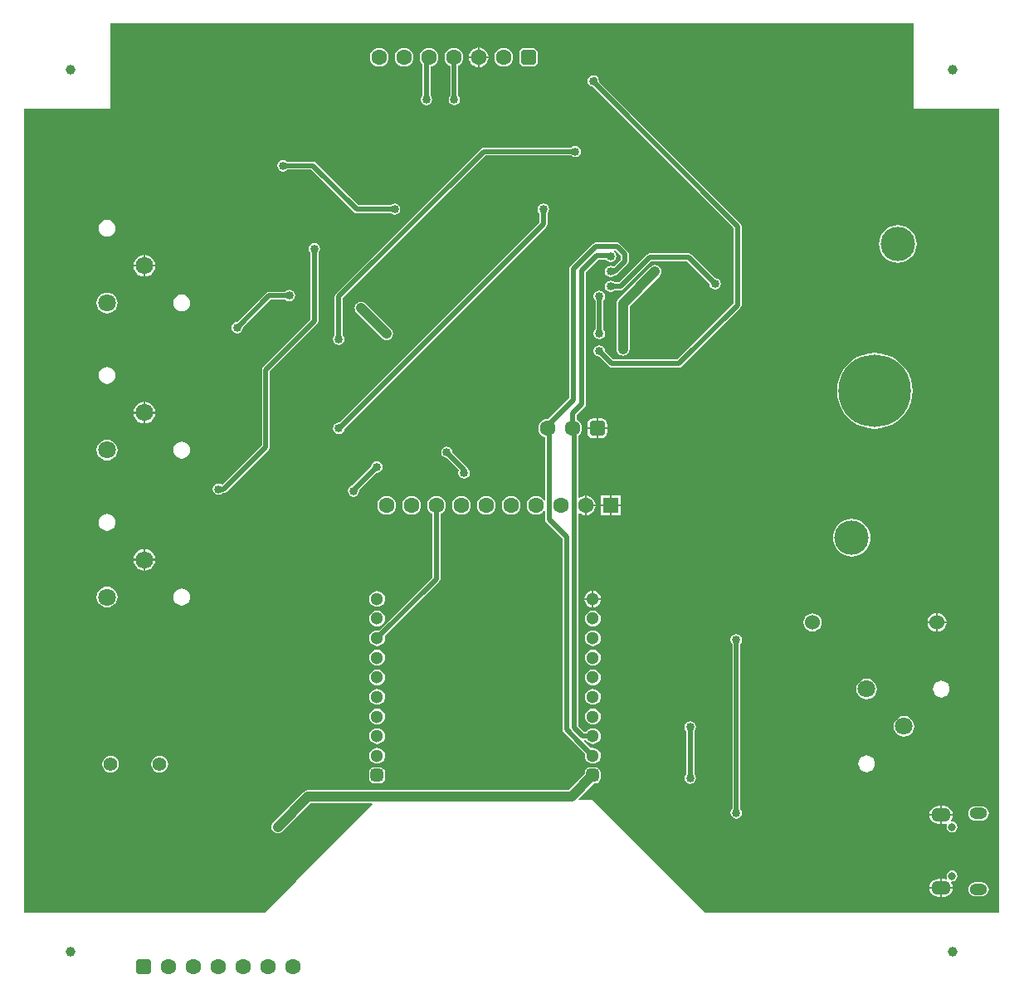
<source format=gbr>
%TF.GenerationSoftware,Altium Limited,Altium Designer,22.7.1 (60)*%
G04 Layer_Physical_Order=2*
G04 Layer_Color=16711680*
%FSLAX43Y43*%
%MOMM*%
%TF.SameCoordinates,2B380584-264C-487A-9C59-0A3591007A03*%
%TF.FilePolarity,Positive*%
%TF.FileFunction,Copper,L2,Bot,Signal*%
%TF.Part,Single*%
G01*
G75*
%TA.AperFunction,Conductor*%
%ADD30C,0.500*%
%ADD31C,1.000*%
%TA.AperFunction,ComponentPad*%
%ADD35C,1.600*%
G04:AMPARAMS|DCode=36|XSize=1.6mm|YSize=1.6mm|CornerRadius=0.4mm|HoleSize=0mm|Usage=FLASHONLY|Rotation=180.000|XOffset=0mm|YOffset=0mm|HoleType=Round|Shape=RoundedRectangle|*
%AMROUNDEDRECTD36*
21,1,1.600,0.800,0,0,180.0*
21,1,0.800,1.600,0,0,180.0*
1,1,0.800,-0.400,0.400*
1,1,0.800,0.400,0.400*
1,1,0.800,0.400,-0.400*
1,1,0.800,-0.400,-0.400*
%
%ADD36ROUNDEDRECTD36*%
%ADD37O,2.000X1.400*%
%ADD38C,0.800*%
%ADD39O,1.800X1.150*%
%ADD40C,1.530*%
%ADD41C,3.500*%
%ADD42C,1.300*%
G04:AMPARAMS|DCode=43|XSize=1.3mm|YSize=1.3mm|CornerRadius=0.325mm|HoleSize=0mm|Usage=FLASHONLY|Rotation=90.000|XOffset=0mm|YOffset=0mm|HoleType=Round|Shape=RoundedRectangle|*
%AMROUNDEDRECTD43*
21,1,1.300,0.650,0,0,90.0*
21,1,0.650,1.300,0,0,90.0*
1,1,0.650,0.325,0.325*
1,1,0.650,0.325,-0.325*
1,1,0.650,-0.325,-0.325*
1,1,0.650,-0.325,0.325*
%
%ADD43ROUNDEDRECTD43*%
%ADD44C,1.800*%
%ADD45R,1.600X1.600*%
%ADD46C,1.400*%
%TA.AperFunction,WasherPad*%
%ADD47C,1.000*%
%TA.AperFunction,ViaPad*%
%ADD48C,0.850*%
%ADD49C,0.650*%
%TA.AperFunction,ComponentPad*%
%ADD50C,7.400*%
G36*
X91000Y91018D02*
X99745Y91018D01*
X99745Y9018D01*
X91000Y9018D01*
X69697Y9018D01*
X58250Y20465D01*
X56803D01*
X56755Y20582D01*
X58362Y22190D01*
X58569D01*
X58755Y22227D01*
X58912Y22332D01*
X59017Y22489D01*
X59054Y22675D01*
Y23325D01*
X59017Y23511D01*
X58912Y23668D01*
X58755Y23773D01*
X58569Y23810D01*
X57919D01*
X57733Y23773D01*
X57576Y23668D01*
X57471Y23511D01*
X57434Y23325D01*
Y23118D01*
X55800Y21485D01*
X29211D01*
X29041Y21462D01*
X28883Y21397D01*
X28747Y21292D01*
X25659Y18204D01*
X25554Y18068D01*
X25489Y17910D01*
X25466Y17740D01*
X25489Y17570D01*
X25554Y17412D01*
X25659Y17276D01*
X25795Y17171D01*
X25953Y17106D01*
X26123Y17083D01*
X26293Y17106D01*
X26451Y17171D01*
X26587Y17276D01*
X29483Y20171D01*
X35736D01*
X35784Y20054D01*
X35363Y19633D01*
X34492Y18762D01*
X33934Y18204D01*
X27951Y12221D01*
X24748Y9018D01*
X9000Y9018D01*
X255Y9018D01*
X255Y91018D01*
X9000Y91018D01*
X9000Y99745D01*
X91000D01*
X91000Y91018D01*
D02*
G37*
%LPC*%
G36*
X46709Y97261D02*
Y96366D01*
X47604D01*
X47583Y96527D01*
X47482Y96770D01*
X47322Y96979D01*
X47113Y97140D01*
X46870Y97240D01*
X46709Y97261D01*
D02*
G37*
G36*
X46509D02*
X46348Y97240D01*
X46105Y97140D01*
X45896Y96979D01*
X45736Y96770D01*
X45635Y96527D01*
X45614Y96366D01*
X46509D01*
Y97261D01*
D02*
G37*
G36*
X49149Y97225D02*
X48901Y97193D01*
X48669Y97097D01*
X48471Y96944D01*
X48318Y96746D01*
X48222Y96514D01*
X48190Y96266D01*
X48222Y96018D01*
X48318Y95786D01*
X48471Y95588D01*
X48669Y95435D01*
X48901Y95339D01*
X49149Y95307D01*
X49397Y95339D01*
X49629Y95435D01*
X49827Y95588D01*
X49980Y95786D01*
X50076Y96018D01*
X50108Y96266D01*
X50076Y96514D01*
X49980Y96746D01*
X49827Y96944D01*
X49629Y97097D01*
X49397Y97193D01*
X49149Y97225D01*
D02*
G37*
G36*
X38989D02*
X38741Y97193D01*
X38509Y97097D01*
X38311Y96944D01*
X38158Y96746D01*
X38062Y96514D01*
X38030Y96266D01*
X38062Y96018D01*
X38158Y95786D01*
X38311Y95588D01*
X38509Y95435D01*
X38741Y95339D01*
X38989Y95307D01*
X39237Y95339D01*
X39469Y95435D01*
X39667Y95588D01*
X39820Y95786D01*
X39916Y96018D01*
X39948Y96266D01*
X39916Y96514D01*
X39820Y96746D01*
X39667Y96944D01*
X39469Y97097D01*
X39237Y97193D01*
X38989Y97225D01*
D02*
G37*
G36*
X36449D02*
X36201Y97193D01*
X35969Y97097D01*
X35771Y96944D01*
X35618Y96746D01*
X35522Y96514D01*
X35490Y96266D01*
X35522Y96018D01*
X35618Y95786D01*
X35771Y95588D01*
X35969Y95435D01*
X36201Y95339D01*
X36449Y95307D01*
X36697Y95339D01*
X36929Y95435D01*
X37127Y95588D01*
X37280Y95786D01*
X37376Y96018D01*
X37408Y96266D01*
X37376Y96514D01*
X37280Y96746D01*
X37127Y96944D01*
X36929Y97097D01*
X36697Y97193D01*
X36449Y97225D01*
D02*
G37*
G36*
X52089Y97228D02*
X51289D01*
X51074Y97185D01*
X50892Y97063D01*
X50770Y96881D01*
X50727Y96666D01*
Y95866D01*
X50770Y95651D01*
X50892Y95469D01*
X51074Y95347D01*
X51289Y95304D01*
X52089D01*
X52304Y95347D01*
X52486Y95469D01*
X52608Y95651D01*
X52651Y95866D01*
Y96666D01*
X52608Y96881D01*
X52486Y97063D01*
X52304Y97185D01*
X52089Y97228D01*
D02*
G37*
G36*
X47604Y96166D02*
X46709D01*
Y95271D01*
X46870Y95292D01*
X47113Y95393D01*
X47322Y95553D01*
X47482Y95762D01*
X47583Y96005D01*
X47604Y96166D01*
D02*
G37*
G36*
X46509D02*
X45614D01*
X45635Y96005D01*
X45736Y95762D01*
X45896Y95553D01*
X46105Y95393D01*
X46348Y95292D01*
X46509Y95271D01*
Y96166D01*
D02*
G37*
G36*
X44069Y97225D02*
X43821Y97193D01*
X43589Y97097D01*
X43391Y96944D01*
X43238Y96746D01*
X43142Y96514D01*
X43110Y96266D01*
X43142Y96018D01*
X43238Y95786D01*
X43391Y95588D01*
X43589Y95435D01*
X43713Y95384D01*
Y92368D01*
X43707Y92363D01*
X43579Y92173D01*
X43535Y91948D01*
X43579Y91723D01*
X43707Y91533D01*
X43897Y91405D01*
X44122Y91361D01*
X44347Y91405D01*
X44537Y91533D01*
X44665Y91723D01*
X44709Y91948D01*
X44665Y92173D01*
X44537Y92363D01*
X44531Y92368D01*
Y95428D01*
X44549Y95435D01*
X44747Y95588D01*
X44900Y95786D01*
X44996Y96018D01*
X45028Y96266D01*
X44996Y96514D01*
X44900Y96746D01*
X44747Y96944D01*
X44549Y97097D01*
X44317Y97193D01*
X44069Y97225D01*
D02*
G37*
G36*
X41529D02*
X41281Y97193D01*
X41049Y97097D01*
X40851Y96944D01*
X40698Y96746D01*
X40602Y96514D01*
X40570Y96266D01*
X40602Y96018D01*
X40698Y95786D01*
X40851Y95588D01*
X40872Y95571D01*
Y92368D01*
X40866Y92363D01*
X40738Y92173D01*
X40694Y91948D01*
X40738Y91723D01*
X40866Y91533D01*
X41056Y91405D01*
X41281Y91361D01*
X41506Y91405D01*
X41696Y91533D01*
X41824Y91723D01*
X41868Y91948D01*
X41824Y92173D01*
X41696Y92363D01*
X41690Y92368D01*
Y95328D01*
X41777Y95339D01*
X42009Y95435D01*
X42207Y95588D01*
X42360Y95786D01*
X42456Y96018D01*
X42488Y96266D01*
X42456Y96514D01*
X42360Y96746D01*
X42207Y96944D01*
X42009Y97097D01*
X41777Y97193D01*
X41529Y97225D01*
D02*
G37*
G36*
X56468Y87248D02*
X56243Y87204D01*
X56053Y87076D01*
X56048Y87070D01*
X47130D01*
X46974Y87039D01*
X46841Y86950D01*
X32037Y72146D01*
X31949Y72013D01*
X31917Y71857D01*
Y67923D01*
X31911Y67918D01*
X31784Y67728D01*
X31739Y67503D01*
X31784Y67278D01*
X31911Y67088D01*
X32102Y66960D01*
X32326Y66916D01*
X32551Y66960D01*
X32742Y67088D01*
X32869Y67278D01*
X32914Y67503D01*
X32869Y67728D01*
X32742Y67918D01*
X32735Y67923D01*
Y71687D01*
X47300Y86252D01*
X56048D01*
X56053Y86246D01*
X56243Y86118D01*
X56468Y86074D01*
X56693Y86118D01*
X56883Y86246D01*
X57011Y86436D01*
X57055Y86661D01*
X57011Y86886D01*
X56883Y87076D01*
X56693Y87204D01*
X56468Y87248D01*
D02*
G37*
G36*
X26641Y85804D02*
X26416Y85760D01*
X26226Y85632D01*
X26098Y85442D01*
X26054Y85217D01*
X26098Y84992D01*
X26226Y84802D01*
X26416Y84674D01*
X26641Y84630D01*
X26866Y84674D01*
X27056Y84802D01*
X27060Y84808D01*
X29549D01*
X33874Y80483D01*
X34007Y80394D01*
X34163Y80363D01*
X37611D01*
X37616Y80357D01*
X37806Y80229D01*
X38031Y80185D01*
X38256Y80229D01*
X38446Y80357D01*
X38573Y80547D01*
X38618Y80772D01*
X38573Y80997D01*
X38446Y81187D01*
X38256Y81315D01*
X38031Y81359D01*
X37806Y81315D01*
X37616Y81187D01*
X37611Y81181D01*
X34332D01*
X30007Y85506D01*
X29874Y85595D01*
X29718Y85626D01*
X27060D01*
X27056Y85632D01*
X26866Y85760D01*
X26641Y85804D01*
D02*
G37*
G36*
X8690Y79668D02*
X8468Y79639D01*
X8261Y79553D01*
X8083Y79417D01*
X7947Y79239D01*
X7861Y79032D01*
X7832Y78810D01*
X7861Y78588D01*
X7947Y78381D01*
X8083Y78203D01*
X8261Y78067D01*
X8468Y77981D01*
X8690Y77952D01*
X8912Y77981D01*
X9119Y78067D01*
X9297Y78203D01*
X9433Y78381D01*
X9519Y78588D01*
X9548Y78810D01*
X9519Y79032D01*
X9433Y79239D01*
X9297Y79417D01*
X9119Y79553D01*
X8912Y79639D01*
X8690Y79668D01*
D02*
G37*
G36*
X89372Y79131D02*
X88999Y79095D01*
X88641Y78986D01*
X88311Y78809D01*
X88021Y78572D01*
X87784Y78282D01*
X87607Y77952D01*
X87498Y77594D01*
X87462Y77221D01*
X87498Y76848D01*
X87607Y76490D01*
X87784Y76160D01*
X88021Y75870D01*
X88311Y75633D01*
X88641Y75456D01*
X88999Y75347D01*
X89372Y75311D01*
X89745Y75347D01*
X90103Y75456D01*
X90433Y75633D01*
X90723Y75870D01*
X90960Y76160D01*
X91137Y76490D01*
X91246Y76848D01*
X91282Y77221D01*
X91246Y77594D01*
X91137Y77952D01*
X90960Y78282D01*
X90723Y78572D01*
X90433Y78809D01*
X90103Y78986D01*
X89745Y79095D01*
X89372Y79131D01*
D02*
G37*
G36*
X12600Y76096D02*
Y75100D01*
X13596D01*
X13572Y75287D01*
X13461Y75555D01*
X13285Y75785D01*
X13055Y75961D01*
X12787Y76072D01*
X12600Y76096D01*
D02*
G37*
G36*
X12400D02*
X12213Y76072D01*
X11945Y75961D01*
X11715Y75785D01*
X11539Y75555D01*
X11428Y75287D01*
X11404Y75100D01*
X12400D01*
Y76096D01*
D02*
G37*
G36*
X60737Y77371D02*
X58569D01*
X58412Y77340D01*
X58280Y77251D01*
X55968Y74939D01*
X55879Y74806D01*
X55848Y74650D01*
Y61506D01*
X54535Y60193D01*
X53697Y59355D01*
X53634Y59363D01*
X53386Y59331D01*
X53154Y59235D01*
X52956Y59082D01*
X52803Y58884D01*
X52707Y58652D01*
X52675Y58404D01*
X52707Y58156D01*
X52803Y57924D01*
X52956Y57726D01*
X53154Y57573D01*
X53382Y57479D01*
Y51103D01*
X53255Y51060D01*
X53129Y51224D01*
X52931Y51377D01*
X52699Y51473D01*
X52451Y51505D01*
X52203Y51473D01*
X51971Y51377D01*
X51773Y51224D01*
X51620Y51026D01*
X51524Y50794D01*
X51492Y50546D01*
X51524Y50298D01*
X51620Y50066D01*
X51773Y49868D01*
X51971Y49715D01*
X52203Y49619D01*
X52451Y49587D01*
X52699Y49619D01*
X52931Y49715D01*
X53129Y49868D01*
X53255Y50032D01*
X53382Y49989D01*
Y49079D01*
X53413Y48923D01*
X53502Y48790D01*
X55166Y47125D01*
Y27667D01*
X55197Y27511D01*
X55286Y27378D01*
X56604Y26060D01*
X56609Y26057D01*
X57463Y25203D01*
X57436Y25000D01*
X57464Y24791D01*
X57544Y24596D01*
X57673Y24429D01*
X57840Y24300D01*
X58035Y24220D01*
X58244Y24192D01*
X58453Y24220D01*
X58648Y24300D01*
X58815Y24429D01*
X58944Y24596D01*
X59024Y24791D01*
X59052Y25000D01*
X59024Y25209D01*
X58944Y25404D01*
X58815Y25571D01*
X58648Y25700D01*
X58453Y25780D01*
X58244Y25808D01*
X58041Y25781D01*
X57348Y26474D01*
X57397Y26591D01*
X57548D01*
X57673Y26429D01*
X57840Y26300D01*
X58035Y26220D01*
X58244Y26192D01*
X58453Y26220D01*
X58648Y26300D01*
X58815Y26429D01*
X58944Y26596D01*
X59024Y26791D01*
X59052Y27000D01*
X59024Y27209D01*
X58944Y27404D01*
X58815Y27571D01*
X58648Y27700D01*
X58453Y27780D01*
X58244Y27808D01*
X58035Y27780D01*
X57840Y27700D01*
X57673Y27571D01*
X57548Y27409D01*
X57333D01*
X56739Y28003D01*
Y49735D01*
X56866Y49796D01*
X57027Y49673D01*
X57270Y49572D01*
X57431Y49551D01*
Y50546D01*
Y51541D01*
X57270Y51520D01*
X57027Y51419D01*
X56866Y51296D01*
X56739Y51357D01*
Y57639D01*
X56852Y57726D01*
X57005Y57924D01*
X57101Y58156D01*
X57133Y58404D01*
X57101Y58652D01*
X57005Y58884D01*
X56852Y59082D01*
X56654Y59235D01*
X56583Y59264D01*
Y59741D01*
X57439Y60597D01*
X57528Y60730D01*
X57559Y60886D01*
Y74380D01*
X58770Y75591D01*
X59615D01*
X59656Y75531D01*
X59846Y75403D01*
X60071Y75359D01*
X60296Y75403D01*
X60486Y75531D01*
X60614Y75721D01*
X60658Y75946D01*
X60614Y76171D01*
X60486Y76361D01*
X60389Y76426D01*
X60428Y76553D01*
X60568D01*
X61101Y76020D01*
Y75616D01*
X60388Y74903D01*
X60296Y74965D01*
X60071Y75009D01*
X59846Y74965D01*
X59656Y74837D01*
X59528Y74647D01*
X59484Y74422D01*
X59528Y74197D01*
X59656Y74007D01*
X59846Y73879D01*
X60071Y73835D01*
X60296Y73879D01*
X60486Y74007D01*
X60491Y74015D01*
X60641Y74044D01*
X60774Y74133D01*
X61799Y75158D01*
X61887Y75291D01*
X61919Y75447D01*
Y76189D01*
X61887Y76346D01*
X61799Y76478D01*
X61026Y77251D01*
X60893Y77340D01*
X60737Y77371D01*
D02*
G37*
G36*
X13596Y74900D02*
X12600D01*
Y73904D01*
X12787Y73928D01*
X13055Y74039D01*
X13285Y74215D01*
X13461Y74445D01*
X13572Y74713D01*
X13596Y74900D01*
D02*
G37*
G36*
X12400D02*
X11404D01*
X11428Y74713D01*
X11539Y74445D01*
X11715Y74215D01*
X11945Y74039D01*
X12213Y73928D01*
X12400Y73904D01*
Y74900D01*
D02*
G37*
G36*
X68020Y76280D02*
X64062D01*
X63905Y76249D01*
X63773Y76160D01*
X60920Y73307D01*
X60491D01*
X60486Y73313D01*
X60296Y73441D01*
X60071Y73485D01*
X59846Y73441D01*
X59656Y73313D01*
X59528Y73123D01*
X59484Y72898D01*
X59528Y72673D01*
X59656Y72483D01*
X59846Y72355D01*
X60071Y72311D01*
X60296Y72355D01*
X60486Y72483D01*
X60491Y72489D01*
X61089D01*
X61245Y72520D01*
X61378Y72609D01*
X64231Y75462D01*
X67851D01*
X70153Y73160D01*
X70152Y73152D01*
X70196Y72927D01*
X70324Y72737D01*
X70514Y72609D01*
X70739Y72565D01*
X70964Y72609D01*
X71154Y72737D01*
X71282Y72927D01*
X71326Y73152D01*
X71282Y73377D01*
X71154Y73567D01*
X70964Y73695D01*
X70739Y73739D01*
X70731Y73738D01*
X68309Y76160D01*
X68177Y76249D01*
X68020Y76280D01*
D02*
G37*
G36*
X27284Y72527D02*
X27059Y72482D01*
X26869Y72355D01*
X26864Y72348D01*
X25203D01*
X25047Y72317D01*
X24914Y72228D01*
X21979Y69293D01*
X21971Y69294D01*
X21746Y69250D01*
X21556Y69122D01*
X21428Y68932D01*
X21384Y68707D01*
X21428Y68482D01*
X21556Y68292D01*
X21746Y68164D01*
X21971Y68120D01*
X22196Y68164D01*
X22386Y68292D01*
X22514Y68482D01*
X22558Y68707D01*
X22557Y68715D01*
X25373Y71530D01*
X26864D01*
X26869Y71524D01*
X27059Y71397D01*
X27284Y71352D01*
X27509Y71397D01*
X27699Y71524D01*
X27827Y71715D01*
X27871Y71939D01*
X27827Y72164D01*
X27699Y72355D01*
X27509Y72482D01*
X27284Y72527D01*
D02*
G37*
G36*
X16310Y72048D02*
X16088Y72019D01*
X15881Y71933D01*
X15703Y71797D01*
X15567Y71619D01*
X15481Y71412D01*
X15452Y71190D01*
X15481Y70968D01*
X15567Y70761D01*
X15703Y70583D01*
X15881Y70447D01*
X16088Y70361D01*
X16310Y70332D01*
X16532Y70361D01*
X16739Y70447D01*
X16917Y70583D01*
X17053Y70761D01*
X17139Y70968D01*
X17168Y71190D01*
X17139Y71412D01*
X17053Y71619D01*
X16917Y71797D01*
X16739Y71933D01*
X16532Y72019D01*
X16310Y72048D01*
D02*
G37*
G36*
X8690Y72250D02*
X8416Y72214D01*
X8160Y72108D01*
X7940Y71940D01*
X7772Y71720D01*
X7666Y71464D01*
X7630Y71190D01*
X7666Y70916D01*
X7772Y70660D01*
X7940Y70440D01*
X8160Y70272D01*
X8416Y70166D01*
X8690Y70130D01*
X8964Y70166D01*
X9220Y70272D01*
X9440Y70440D01*
X9608Y70660D01*
X9714Y70916D01*
X9750Y71190D01*
X9714Y71464D01*
X9608Y71720D01*
X9440Y71940D01*
X9220Y72108D01*
X8964Y72214D01*
X8690Y72250D01*
D02*
G37*
G36*
X58928Y72469D02*
X58703Y72425D01*
X58513Y72297D01*
X58385Y72107D01*
X58341Y71882D01*
X58385Y71657D01*
X58513Y71467D01*
X58519Y71462D01*
Y68492D01*
X58513Y68487D01*
X58385Y68297D01*
X58341Y68072D01*
X58385Y67847D01*
X58513Y67657D01*
X58703Y67529D01*
X58928Y67485D01*
X59153Y67529D01*
X59343Y67657D01*
X59471Y67847D01*
X59515Y68072D01*
X59471Y68297D01*
X59343Y68487D01*
X59337Y68492D01*
Y71462D01*
X59343Y71467D01*
X59471Y71657D01*
X59515Y71882D01*
X59471Y72107D01*
X59343Y72297D01*
X59153Y72425D01*
X58928Y72469D01*
D02*
G37*
G36*
X34614Y71335D02*
X34444Y71312D01*
X34286Y71247D01*
X34150Y71142D01*
X34045Y71006D01*
X33980Y70848D01*
X33957Y70678D01*
X33980Y70508D01*
X34045Y70350D01*
X34150Y70214D01*
X36756Y67608D01*
X36892Y67503D01*
X37050Y67438D01*
X37220Y67415D01*
X37390Y67438D01*
X37548Y67503D01*
X37684Y67608D01*
X37717Y67651D01*
X37726Y67657D01*
X37756Y67701D01*
X37789Y67744D01*
X37795Y67760D01*
X37854Y67847D01*
X37898Y68072D01*
X37854Y68297D01*
X37795Y68384D01*
X37789Y68400D01*
X37756Y68443D01*
X37726Y68487D01*
X37717Y68493D01*
X37684Y68536D01*
X35078Y71142D01*
X34942Y71247D01*
X34784Y71312D01*
X34614Y71335D01*
D02*
G37*
G36*
X64611Y75079D02*
X64441Y75056D01*
X64283Y74991D01*
X64147Y74886D01*
X60876Y71615D01*
X60771Y71479D01*
X60706Y71321D01*
X60683Y71151D01*
Y66486D01*
X60706Y66316D01*
X60771Y66158D01*
X60876Y66022D01*
X61012Y65918D01*
X61170Y65852D01*
X61340Y65830D01*
X61510Y65852D01*
X61668Y65918D01*
X61804Y66022D01*
X61909Y66158D01*
X61974Y66316D01*
X61997Y66486D01*
Y70879D01*
X65075Y73958D01*
X65180Y74094D01*
X65245Y74252D01*
X65268Y74422D01*
X65245Y74592D01*
X65180Y74750D01*
X65075Y74886D01*
X64939Y74991D01*
X64781Y75056D01*
X64611Y75079D01*
D02*
G37*
G36*
X58293Y94440D02*
X58068Y94396D01*
X57878Y94268D01*
X57750Y94078D01*
X57706Y93853D01*
X57750Y93628D01*
X57878Y93438D01*
X58068Y93310D01*
X58182Y93288D01*
X72616Y78854D01*
Y71162D01*
X66887Y65433D01*
X60367D01*
X59514Y66286D01*
X59515Y66294D01*
X59471Y66519D01*
X59343Y66709D01*
X59153Y66837D01*
X58928Y66881D01*
X58703Y66837D01*
X58513Y66709D01*
X58385Y66519D01*
X58341Y66294D01*
X58385Y66069D01*
X58513Y65879D01*
X58703Y65751D01*
X58928Y65707D01*
X58936Y65708D01*
X59909Y64735D01*
X60042Y64646D01*
X60198Y64615D01*
X67056D01*
X67212Y64646D01*
X67345Y64735D01*
X73314Y70704D01*
X73403Y70837D01*
X73434Y70993D01*
Y79023D01*
X73403Y79180D01*
X73314Y79312D01*
X58863Y93764D01*
X58880Y93853D01*
X58836Y94078D01*
X58832Y94082D01*
X58818Y94156D01*
X58729Y94289D01*
X58596Y94378D01*
X58522Y94392D01*
X58518Y94396D01*
X58293Y94440D01*
D02*
G37*
G36*
X8690Y64668D02*
X8468Y64639D01*
X8261Y64553D01*
X8083Y64417D01*
X7947Y64239D01*
X7861Y64032D01*
X7832Y63810D01*
X7861Y63588D01*
X7947Y63381D01*
X8083Y63203D01*
X8261Y63067D01*
X8468Y62981D01*
X8690Y62952D01*
X8912Y62981D01*
X9119Y63067D01*
X9297Y63203D01*
X9433Y63381D01*
X9519Y63588D01*
X9548Y63810D01*
X9519Y64032D01*
X9433Y64239D01*
X9297Y64417D01*
X9119Y64553D01*
X8912Y64639D01*
X8690Y64668D01*
D02*
G37*
G36*
X12600Y61096D02*
Y60100D01*
X13596D01*
X13572Y60287D01*
X13461Y60555D01*
X13285Y60785D01*
X13055Y60961D01*
X12787Y61072D01*
X12600Y61096D01*
D02*
G37*
G36*
X12400D02*
X12213Y61072D01*
X11945Y60961D01*
X11715Y60785D01*
X11539Y60555D01*
X11428Y60287D01*
X11404Y60100D01*
X12400D01*
Y61096D01*
D02*
G37*
G36*
X53213Y81359D02*
X52988Y81315D01*
X52798Y81187D01*
X52670Y80997D01*
X52626Y80772D01*
X52670Y80547D01*
X52798Y80357D01*
X52804Y80352D01*
Y79412D01*
X32374Y58982D01*
X32326Y58991D01*
X32102Y58947D01*
X31911Y58819D01*
X31784Y58629D01*
X31739Y58404D01*
X31784Y58179D01*
X31911Y57989D01*
X32102Y57861D01*
X32326Y57817D01*
X32551Y57861D01*
X32742Y57989D01*
X32869Y58179D01*
X32904Y58355D01*
X53502Y78953D01*
X53591Y79086D01*
X53622Y79242D01*
Y80352D01*
X53628Y80357D01*
X53756Y80547D01*
X53800Y80772D01*
X53756Y80997D01*
X53628Y81187D01*
X53438Y81315D01*
X53213Y81359D01*
D02*
G37*
G36*
X13596Y59900D02*
X12600D01*
Y58904D01*
X12787Y58928D01*
X13055Y59039D01*
X13285Y59215D01*
X13461Y59445D01*
X13572Y59713D01*
X13596Y59900D01*
D02*
G37*
G36*
X12400D02*
X11404D01*
X11428Y59713D01*
X11539Y59445D01*
X11715Y59215D01*
X11945Y59039D01*
X12213Y58928D01*
X12400Y58904D01*
Y59900D01*
D02*
G37*
G36*
X59114Y59416D02*
X58814D01*
Y58504D01*
X59726D01*
Y58804D01*
X59679Y59038D01*
X59547Y59237D01*
X59348Y59369D01*
X59114Y59416D01*
D02*
G37*
G36*
X58614D02*
X58314D01*
X58080Y59369D01*
X57881Y59237D01*
X57749Y59038D01*
X57702Y58804D01*
Y58504D01*
X58614D01*
Y59416D01*
D02*
G37*
G36*
X87022Y66099D02*
X86418Y66051D01*
X85828Y65910D01*
X85268Y65678D01*
X84751Y65361D01*
X84291Y64967D01*
X83897Y64507D01*
X83580Y63990D01*
X83348Y63430D01*
X83207Y62840D01*
X83159Y62236D01*
X83207Y61632D01*
X83348Y61042D01*
X83580Y60482D01*
X83897Y59965D01*
X84291Y59505D01*
X84751Y59111D01*
X85268Y58794D01*
X85828Y58562D01*
X86418Y58421D01*
X87022Y58373D01*
X87626Y58421D01*
X88216Y58562D01*
X88776Y58794D01*
X89293Y59111D01*
X89753Y59505D01*
X90147Y59965D01*
X90464Y60482D01*
X90696Y61042D01*
X90837Y61632D01*
X90885Y62236D01*
X90837Y62840D01*
X90696Y63430D01*
X90464Y63990D01*
X90147Y64507D01*
X89753Y64967D01*
X89293Y65361D01*
X88776Y65678D01*
X88216Y65910D01*
X87626Y66051D01*
X87022Y66099D01*
D02*
G37*
G36*
X59726Y58304D02*
X58814D01*
Y57392D01*
X59114D01*
X59348Y57439D01*
X59547Y57571D01*
X59679Y57770D01*
X59726Y58004D01*
Y58304D01*
D02*
G37*
G36*
X58614D02*
X57702D01*
Y58004D01*
X57749Y57770D01*
X57881Y57571D01*
X58080Y57439D01*
X58314Y57392D01*
X58614D01*
Y58304D01*
D02*
G37*
G36*
X16310Y57048D02*
X16088Y57019D01*
X15881Y56933D01*
X15703Y56797D01*
X15567Y56619D01*
X15481Y56412D01*
X15452Y56190D01*
X15481Y55968D01*
X15567Y55761D01*
X15703Y55583D01*
X15881Y55447D01*
X16088Y55361D01*
X16310Y55332D01*
X16532Y55361D01*
X16739Y55447D01*
X16917Y55583D01*
X17053Y55761D01*
X17139Y55968D01*
X17168Y56190D01*
X17139Y56412D01*
X17053Y56619D01*
X16917Y56797D01*
X16739Y56933D01*
X16532Y57019D01*
X16310Y57048D01*
D02*
G37*
G36*
X8690Y57250D02*
X8416Y57214D01*
X8160Y57108D01*
X7940Y56940D01*
X7772Y56720D01*
X7666Y56464D01*
X7630Y56190D01*
X7666Y55916D01*
X7772Y55660D01*
X7940Y55440D01*
X8160Y55272D01*
X8416Y55166D01*
X8690Y55130D01*
X8964Y55166D01*
X9220Y55272D01*
X9440Y55440D01*
X9608Y55660D01*
X9714Y55916D01*
X9750Y56190D01*
X9714Y56464D01*
X9608Y56720D01*
X9440Y56940D01*
X9220Y57108D01*
X8964Y57214D01*
X8690Y57250D01*
D02*
G37*
G36*
X36226Y55070D02*
X36001Y55026D01*
X35811Y54898D01*
X35683Y54708D01*
X35644Y54510D01*
X33729Y52596D01*
X33604Y52571D01*
X33413Y52443D01*
X33286Y52253D01*
X33241Y52028D01*
X33286Y51803D01*
X33413Y51613D01*
X33604Y51485D01*
X33829Y51441D01*
X34053Y51485D01*
X34244Y51613D01*
X34371Y51803D01*
X34416Y52028D01*
X34400Y52109D01*
X36193Y53902D01*
X36226Y53896D01*
X36451Y53940D01*
X36641Y54068D01*
X36769Y54258D01*
X36813Y54483D01*
X36769Y54708D01*
X36641Y54898D01*
X36451Y55026D01*
X36226Y55070D01*
D02*
G37*
G36*
X43355Y56565D02*
X43130Y56521D01*
X42940Y56393D01*
X42812Y56203D01*
X42768Y55978D01*
X42812Y55753D01*
X42940Y55563D01*
X43130Y55435D01*
X43355Y55391D01*
X43363Y55392D01*
X44619Y54136D01*
X44577Y54073D01*
X44532Y53848D01*
X44577Y53623D01*
X44704Y53433D01*
X44895Y53305D01*
X45119Y53261D01*
X45344Y53305D01*
X45535Y53433D01*
X45662Y53623D01*
X45707Y53848D01*
X45662Y54073D01*
X45535Y54263D01*
X45498Y54288D01*
X45478Y54389D01*
X45389Y54522D01*
X43941Y55970D01*
X43942Y55978D01*
X43898Y56203D01*
X43770Y56393D01*
X43580Y56521D01*
X43355Y56565D01*
D02*
G37*
G36*
X29845Y77337D02*
X29620Y77293D01*
X29430Y77165D01*
X29302Y76975D01*
X29258Y76750D01*
X29302Y76525D01*
X29430Y76335D01*
X29436Y76330D01*
Y69511D01*
X24603Y64678D01*
X24514Y64545D01*
X24483Y64389D01*
Y56684D01*
X20443Y52644D01*
X20291Y52746D01*
X20066Y52791D01*
X19841Y52746D01*
X19651Y52619D01*
X19523Y52428D01*
X19479Y52204D01*
X19523Y51979D01*
X19651Y51788D01*
X19841Y51661D01*
X20066Y51616D01*
X20291Y51661D01*
X20481Y51788D01*
X20486Y51795D01*
X20581D01*
X20737Y51826D01*
X20870Y51915D01*
X25181Y56226D01*
X25270Y56359D01*
X25301Y56515D01*
Y64220D01*
X30134Y69053D01*
X30223Y69186D01*
X30254Y69342D01*
Y76330D01*
X30260Y76335D01*
X30388Y76525D01*
X30432Y76750D01*
X30388Y76975D01*
X30260Y77165D01*
X30070Y77293D01*
X29845Y77337D01*
D02*
G37*
G36*
X61071Y51546D02*
X60171D01*
Y50646D01*
X61071D01*
Y51546D01*
D02*
G37*
G36*
X57631Y51541D02*
Y50646D01*
X58526D01*
X58505Y50807D01*
X58404Y51050D01*
X58244Y51259D01*
X58035Y51419D01*
X57792Y51520D01*
X57631Y51541D01*
D02*
G37*
G36*
X59971Y51546D02*
X59071D01*
Y50646D01*
X59971D01*
Y51546D01*
D02*
G37*
G36*
X49911Y51505D02*
X49663Y51473D01*
X49431Y51377D01*
X49233Y51224D01*
X49080Y51026D01*
X48984Y50794D01*
X48952Y50546D01*
X48984Y50298D01*
X49080Y50066D01*
X49233Y49868D01*
X49431Y49715D01*
X49663Y49619D01*
X49911Y49587D01*
X50159Y49619D01*
X50391Y49715D01*
X50589Y49868D01*
X50742Y50066D01*
X50838Y50298D01*
X50870Y50546D01*
X50838Y50794D01*
X50742Y51026D01*
X50589Y51224D01*
X50391Y51377D01*
X50159Y51473D01*
X49911Y51505D01*
D02*
G37*
G36*
X47371D02*
X47123Y51473D01*
X46891Y51377D01*
X46693Y51224D01*
X46540Y51026D01*
X46444Y50794D01*
X46412Y50546D01*
X46444Y50298D01*
X46540Y50066D01*
X46693Y49868D01*
X46891Y49715D01*
X47123Y49619D01*
X47371Y49587D01*
X47619Y49619D01*
X47851Y49715D01*
X48049Y49868D01*
X48202Y50066D01*
X48298Y50298D01*
X48330Y50546D01*
X48298Y50794D01*
X48202Y51026D01*
X48049Y51224D01*
X47851Y51377D01*
X47619Y51473D01*
X47371Y51505D01*
D02*
G37*
G36*
X44831D02*
X44583Y51473D01*
X44351Y51377D01*
X44153Y51224D01*
X44000Y51026D01*
X43904Y50794D01*
X43872Y50546D01*
X43904Y50298D01*
X44000Y50066D01*
X44153Y49868D01*
X44351Y49715D01*
X44583Y49619D01*
X44831Y49587D01*
X45079Y49619D01*
X45311Y49715D01*
X45509Y49868D01*
X45662Y50066D01*
X45758Y50298D01*
X45790Y50546D01*
X45758Y50794D01*
X45662Y51026D01*
X45509Y51224D01*
X45311Y51377D01*
X45079Y51473D01*
X44831Y51505D01*
D02*
G37*
G36*
X39751D02*
X39503Y51473D01*
X39271Y51377D01*
X39073Y51224D01*
X38920Y51026D01*
X38824Y50794D01*
X38792Y50546D01*
X38824Y50298D01*
X38920Y50066D01*
X39073Y49868D01*
X39271Y49715D01*
X39503Y49619D01*
X39751Y49587D01*
X39999Y49619D01*
X40231Y49715D01*
X40429Y49868D01*
X40582Y50066D01*
X40678Y50298D01*
X40710Y50546D01*
X40678Y50794D01*
X40582Y51026D01*
X40429Y51224D01*
X40231Y51377D01*
X39999Y51473D01*
X39751Y51505D01*
D02*
G37*
G36*
X37211D02*
X36963Y51473D01*
X36731Y51377D01*
X36533Y51224D01*
X36380Y51026D01*
X36284Y50794D01*
X36252Y50546D01*
X36284Y50298D01*
X36380Y50066D01*
X36533Y49868D01*
X36731Y49715D01*
X36963Y49619D01*
X37211Y49587D01*
X37459Y49619D01*
X37691Y49715D01*
X37889Y49868D01*
X38042Y50066D01*
X38138Y50298D01*
X38170Y50546D01*
X38138Y50794D01*
X38042Y51026D01*
X37889Y51224D01*
X37691Y51377D01*
X37459Y51473D01*
X37211Y51505D01*
D02*
G37*
G36*
X58526Y50446D02*
X57631D01*
Y49551D01*
X57792Y49572D01*
X58035Y49673D01*
X58244Y49833D01*
X58404Y50042D01*
X58505Y50285D01*
X58526Y50446D01*
D02*
G37*
G36*
X61071D02*
X60171D01*
Y49546D01*
X61071D01*
Y50446D01*
D02*
G37*
G36*
X59971D02*
X59071D01*
Y49546D01*
X59971D01*
Y50446D01*
D02*
G37*
G36*
X8690Y49668D02*
X8468Y49639D01*
X8261Y49553D01*
X8083Y49417D01*
X7947Y49239D01*
X7861Y49032D01*
X7832Y48810D01*
X7861Y48588D01*
X7947Y48381D01*
X8083Y48203D01*
X8261Y48067D01*
X8468Y47981D01*
X8690Y47952D01*
X8912Y47981D01*
X9119Y48067D01*
X9297Y48203D01*
X9433Y48381D01*
X9519Y48588D01*
X9548Y48810D01*
X9519Y49032D01*
X9433Y49239D01*
X9297Y49417D01*
X9119Y49553D01*
X8912Y49639D01*
X8690Y49668D01*
D02*
G37*
G36*
X84672Y49161D02*
X84299Y49125D01*
X83941Y49016D01*
X83611Y48839D01*
X83321Y48602D01*
X83084Y48312D01*
X82907Y47982D01*
X82798Y47624D01*
X82762Y47251D01*
X82798Y46878D01*
X82907Y46520D01*
X83084Y46190D01*
X83321Y45900D01*
X83611Y45663D01*
X83941Y45486D01*
X84299Y45377D01*
X84672Y45341D01*
X85045Y45377D01*
X85403Y45486D01*
X85733Y45663D01*
X86023Y45900D01*
X86260Y46190D01*
X86437Y46520D01*
X86546Y46878D01*
X86582Y47251D01*
X86546Y47624D01*
X86437Y47982D01*
X86260Y48312D01*
X86023Y48602D01*
X85733Y48839D01*
X85403Y49016D01*
X85045Y49125D01*
X84672Y49161D01*
D02*
G37*
G36*
X12600Y46096D02*
Y45100D01*
X13596D01*
X13572Y45287D01*
X13461Y45555D01*
X13285Y45785D01*
X13055Y45961D01*
X12787Y46072D01*
X12600Y46096D01*
D02*
G37*
G36*
X12400D02*
X12213Y46072D01*
X11945Y45961D01*
X11715Y45785D01*
X11539Y45555D01*
X11428Y45287D01*
X11404Y45100D01*
X12400D01*
Y46096D01*
D02*
G37*
G36*
X13596Y44900D02*
X12600D01*
Y43904D01*
X12787Y43928D01*
X13055Y44039D01*
X13285Y44215D01*
X13461Y44445D01*
X13572Y44713D01*
X13596Y44900D01*
D02*
G37*
G36*
X12400D02*
X11404D01*
X11428Y44713D01*
X11539Y44445D01*
X11715Y44215D01*
X11945Y44039D01*
X12213Y43928D01*
X12400Y43904D01*
Y44900D01*
D02*
G37*
G36*
X58344Y41844D02*
Y41100D01*
X59088D01*
X59072Y41222D01*
X58986Y41429D01*
X58850Y41606D01*
X58673Y41742D01*
X58466Y41828D01*
X58344Y41844D01*
D02*
G37*
G36*
X58144D02*
X58022Y41828D01*
X57815Y41742D01*
X57638Y41606D01*
X57502Y41429D01*
X57416Y41222D01*
X57400Y41100D01*
X58144D01*
Y41844D01*
D02*
G37*
G36*
X16310Y42048D02*
X16088Y42019D01*
X15881Y41933D01*
X15703Y41797D01*
X15567Y41619D01*
X15481Y41412D01*
X15452Y41190D01*
X15481Y40968D01*
X15567Y40761D01*
X15703Y40583D01*
X15881Y40447D01*
X16088Y40361D01*
X16310Y40332D01*
X16532Y40361D01*
X16739Y40447D01*
X16917Y40583D01*
X17053Y40761D01*
X17139Y40968D01*
X17168Y41190D01*
X17139Y41412D01*
X17053Y41619D01*
X16917Y41797D01*
X16739Y41933D01*
X16532Y42019D01*
X16310Y42048D01*
D02*
G37*
G36*
X36244Y41808D02*
X36035Y41780D01*
X35840Y41700D01*
X35673Y41571D01*
X35544Y41404D01*
X35464Y41209D01*
X35436Y41000D01*
X35464Y40791D01*
X35544Y40596D01*
X35673Y40429D01*
X35840Y40300D01*
X36035Y40220D01*
X36244Y40192D01*
X36453Y40220D01*
X36648Y40300D01*
X36815Y40429D01*
X36944Y40596D01*
X37024Y40791D01*
X37052Y41000D01*
X37024Y41209D01*
X36944Y41404D01*
X36815Y41571D01*
X36648Y41700D01*
X36453Y41780D01*
X36244Y41808D01*
D02*
G37*
G36*
X58144Y40900D02*
X57400D01*
X57416Y40778D01*
X57502Y40571D01*
X57638Y40394D01*
X57815Y40258D01*
X58022Y40172D01*
X58144Y40156D01*
Y40900D01*
D02*
G37*
G36*
X59088D02*
X58344D01*
Y40156D01*
X58466Y40172D01*
X58673Y40258D01*
X58850Y40394D01*
X58986Y40571D01*
X59072Y40778D01*
X59088Y40900D01*
D02*
G37*
G36*
X8690Y42250D02*
X8416Y42214D01*
X8160Y42108D01*
X7940Y41940D01*
X7772Y41720D01*
X7666Y41464D01*
X7630Y41190D01*
X7666Y40916D01*
X7772Y40660D01*
X7940Y40440D01*
X8160Y40272D01*
X8416Y40166D01*
X8690Y40130D01*
X8964Y40166D01*
X9220Y40272D01*
X9440Y40440D01*
X9608Y40660D01*
X9714Y40916D01*
X9750Y41190D01*
X9714Y41464D01*
X9608Y41720D01*
X9440Y41940D01*
X9220Y42108D01*
X8964Y42214D01*
X8690Y42250D01*
D02*
G37*
G36*
X93472Y39571D02*
Y38711D01*
X94332D01*
X94312Y38863D01*
X94215Y39098D01*
X94060Y39299D01*
X93859Y39454D01*
X93624Y39551D01*
X93472Y39571D01*
D02*
G37*
G36*
X93272D02*
X93120Y39551D01*
X92885Y39454D01*
X92684Y39299D01*
X92529Y39098D01*
X92432Y38863D01*
X92412Y38711D01*
X93272D01*
Y39571D01*
D02*
G37*
G36*
X58244Y39808D02*
X58035Y39780D01*
X57840Y39700D01*
X57673Y39571D01*
X57544Y39404D01*
X57464Y39209D01*
X57436Y39000D01*
X57464Y38791D01*
X57544Y38596D01*
X57673Y38429D01*
X57840Y38300D01*
X58035Y38220D01*
X58244Y38192D01*
X58453Y38220D01*
X58648Y38300D01*
X58815Y38429D01*
X58944Y38596D01*
X59024Y38791D01*
X59052Y39000D01*
X59024Y39209D01*
X58944Y39404D01*
X58815Y39571D01*
X58648Y39700D01*
X58453Y39780D01*
X58244Y39808D01*
D02*
G37*
G36*
X36244D02*
X36035Y39780D01*
X35840Y39700D01*
X35673Y39571D01*
X35544Y39404D01*
X35464Y39209D01*
X35436Y39000D01*
X35464Y38791D01*
X35544Y38596D01*
X35673Y38429D01*
X35840Y38300D01*
X36035Y38220D01*
X36244Y38192D01*
X36453Y38220D01*
X36648Y38300D01*
X36815Y38429D01*
X36944Y38596D01*
X37024Y38791D01*
X37052Y39000D01*
X37024Y39209D01*
X36944Y39404D01*
X36815Y39571D01*
X36648Y39700D01*
X36453Y39780D01*
X36244Y39808D01*
D02*
G37*
G36*
X42291Y51505D02*
X42043Y51473D01*
X41811Y51377D01*
X41613Y51224D01*
X41460Y51026D01*
X41364Y50794D01*
X41332Y50546D01*
X41364Y50298D01*
X41460Y50066D01*
X41613Y49868D01*
X41811Y49715D01*
X41882Y49686D01*
Y43216D01*
X36447Y37781D01*
X36244Y37808D01*
X36035Y37780D01*
X35840Y37700D01*
X35673Y37571D01*
X35544Y37404D01*
X35464Y37209D01*
X35436Y37000D01*
X35464Y36791D01*
X35544Y36596D01*
X35673Y36429D01*
X35840Y36300D01*
X36035Y36220D01*
X36244Y36192D01*
X36453Y36220D01*
X36648Y36300D01*
X36815Y36429D01*
X36944Y36596D01*
X37024Y36791D01*
X37052Y37000D01*
X37025Y37203D01*
X42580Y42758D01*
X42669Y42891D01*
X42700Y43047D01*
Y49686D01*
X42771Y49715D01*
X42969Y49868D01*
X43122Y50066D01*
X43218Y50298D01*
X43250Y50546D01*
X43218Y50794D01*
X43122Y51026D01*
X42969Y51224D01*
X42771Y51377D01*
X42539Y51473D01*
X42291Y51505D01*
D02*
G37*
G36*
X80672Y39535D02*
X80433Y39503D01*
X80210Y39411D01*
X80019Y39264D01*
X79872Y39073D01*
X79780Y38850D01*
X79748Y38611D01*
X79780Y38372D01*
X79872Y38149D01*
X80019Y37958D01*
X80210Y37811D01*
X80433Y37719D01*
X80672Y37687D01*
X80911Y37719D01*
X81134Y37811D01*
X81325Y37958D01*
X81472Y38149D01*
X81564Y38372D01*
X81596Y38611D01*
X81564Y38850D01*
X81472Y39073D01*
X81325Y39264D01*
X81134Y39411D01*
X80911Y39503D01*
X80672Y39535D01*
D02*
G37*
G36*
X94332Y38511D02*
X93472D01*
Y37651D01*
X93624Y37671D01*
X93859Y37768D01*
X94060Y37923D01*
X94215Y38124D01*
X94312Y38359D01*
X94332Y38511D01*
D02*
G37*
G36*
X93272D02*
X92412D01*
X92432Y38359D01*
X92529Y38124D01*
X92684Y37923D01*
X92885Y37768D01*
X93120Y37671D01*
X93272Y37651D01*
Y38511D01*
D02*
G37*
G36*
X58244Y37808D02*
X58035Y37780D01*
X57840Y37700D01*
X57673Y37571D01*
X57544Y37404D01*
X57464Y37209D01*
X57436Y37000D01*
X57464Y36791D01*
X57544Y36596D01*
X57673Y36429D01*
X57840Y36300D01*
X58035Y36220D01*
X58244Y36192D01*
X58453Y36220D01*
X58648Y36300D01*
X58815Y36429D01*
X58944Y36596D01*
X59024Y36791D01*
X59052Y37000D01*
X59024Y37209D01*
X58944Y37404D01*
X58815Y37571D01*
X58648Y37700D01*
X58453Y37780D01*
X58244Y37808D01*
D02*
G37*
G36*
Y35808D02*
X58035Y35780D01*
X57840Y35700D01*
X57673Y35571D01*
X57544Y35404D01*
X57464Y35209D01*
X57436Y35000D01*
X57464Y34791D01*
X57544Y34596D01*
X57673Y34429D01*
X57840Y34300D01*
X58035Y34220D01*
X58244Y34192D01*
X58453Y34220D01*
X58648Y34300D01*
X58815Y34429D01*
X58944Y34596D01*
X59024Y34791D01*
X59052Y35000D01*
X59024Y35209D01*
X58944Y35404D01*
X58815Y35571D01*
X58648Y35700D01*
X58453Y35780D01*
X58244Y35808D01*
D02*
G37*
G36*
X36244D02*
X36035Y35780D01*
X35840Y35700D01*
X35673Y35571D01*
X35544Y35404D01*
X35464Y35209D01*
X35436Y35000D01*
X35464Y34791D01*
X35544Y34596D01*
X35673Y34429D01*
X35840Y34300D01*
X36035Y34220D01*
X36244Y34192D01*
X36453Y34220D01*
X36648Y34300D01*
X36815Y34429D01*
X36944Y34596D01*
X37024Y34791D01*
X37052Y35000D01*
X37024Y35209D01*
X36944Y35404D01*
X36815Y35571D01*
X36648Y35700D01*
X36453Y35780D01*
X36244Y35808D01*
D02*
G37*
G36*
X58244Y33808D02*
X58035Y33780D01*
X57840Y33700D01*
X57673Y33571D01*
X57544Y33404D01*
X57464Y33209D01*
X57436Y33000D01*
X57464Y32791D01*
X57544Y32596D01*
X57673Y32429D01*
X57840Y32300D01*
X58035Y32220D01*
X58244Y32192D01*
X58453Y32220D01*
X58648Y32300D01*
X58815Y32429D01*
X58944Y32596D01*
X59024Y32791D01*
X59052Y33000D01*
X59024Y33209D01*
X58944Y33404D01*
X58815Y33571D01*
X58648Y33700D01*
X58453Y33780D01*
X58244Y33808D01*
D02*
G37*
G36*
X36244D02*
X36035Y33780D01*
X35840Y33700D01*
X35673Y33571D01*
X35544Y33404D01*
X35464Y33209D01*
X35436Y33000D01*
X35464Y32791D01*
X35544Y32596D01*
X35673Y32429D01*
X35840Y32300D01*
X36035Y32220D01*
X36244Y32192D01*
X36453Y32220D01*
X36648Y32300D01*
X36815Y32429D01*
X36944Y32596D01*
X37024Y32791D01*
X37052Y33000D01*
X37024Y33209D01*
X36944Y33404D01*
X36815Y33571D01*
X36648Y33700D01*
X36453Y33780D01*
X36244Y33808D01*
D02*
G37*
G36*
X93810Y32668D02*
X93588Y32639D01*
X93381Y32553D01*
X93203Y32417D01*
X93067Y32239D01*
X92981Y32032D01*
X92952Y31810D01*
X92981Y31588D01*
X93067Y31381D01*
X93203Y31203D01*
X93381Y31067D01*
X93588Y30981D01*
X93810Y30952D01*
X94032Y30981D01*
X94239Y31067D01*
X94417Y31203D01*
X94553Y31381D01*
X94639Y31588D01*
X94668Y31810D01*
X94639Y32032D01*
X94553Y32239D01*
X94417Y32417D01*
X94239Y32553D01*
X94032Y32639D01*
X93810Y32668D01*
D02*
G37*
G36*
X86190Y32870D02*
X85916Y32834D01*
X85660Y32728D01*
X85440Y32560D01*
X85272Y32340D01*
X85166Y32084D01*
X85130Y31810D01*
X85166Y31536D01*
X85272Y31280D01*
X85440Y31060D01*
X85660Y30892D01*
X85916Y30786D01*
X86190Y30750D01*
X86464Y30786D01*
X86720Y30892D01*
X86940Y31060D01*
X87108Y31280D01*
X87214Y31536D01*
X87250Y31810D01*
X87214Y32084D01*
X87108Y32340D01*
X86940Y32560D01*
X86720Y32728D01*
X86464Y32834D01*
X86190Y32870D01*
D02*
G37*
G36*
X58244Y31808D02*
X58035Y31780D01*
X57840Y31700D01*
X57673Y31571D01*
X57544Y31404D01*
X57464Y31209D01*
X57436Y31000D01*
X57464Y30791D01*
X57544Y30596D01*
X57673Y30429D01*
X57840Y30300D01*
X58035Y30220D01*
X58244Y30192D01*
X58453Y30220D01*
X58648Y30300D01*
X58815Y30429D01*
X58944Y30596D01*
X59024Y30791D01*
X59052Y31000D01*
X59024Y31209D01*
X58944Y31404D01*
X58815Y31571D01*
X58648Y31700D01*
X58453Y31780D01*
X58244Y31808D01*
D02*
G37*
G36*
X36244D02*
X36035Y31780D01*
X35840Y31700D01*
X35673Y31571D01*
X35544Y31404D01*
X35464Y31209D01*
X35436Y31000D01*
X35464Y30791D01*
X35544Y30596D01*
X35673Y30429D01*
X35840Y30300D01*
X36035Y30220D01*
X36244Y30192D01*
X36453Y30220D01*
X36648Y30300D01*
X36815Y30429D01*
X36944Y30596D01*
X37024Y30791D01*
X37052Y31000D01*
X37024Y31209D01*
X36944Y31404D01*
X36815Y31571D01*
X36648Y31700D01*
X36453Y31780D01*
X36244Y31808D01*
D02*
G37*
G36*
X58244Y29808D02*
X58035Y29780D01*
X57840Y29700D01*
X57673Y29571D01*
X57544Y29404D01*
X57464Y29209D01*
X57436Y29000D01*
X57464Y28791D01*
X57544Y28596D01*
X57673Y28429D01*
X57840Y28300D01*
X58035Y28220D01*
X58244Y28192D01*
X58453Y28220D01*
X58648Y28300D01*
X58815Y28429D01*
X58944Y28596D01*
X59024Y28791D01*
X59052Y29000D01*
X59024Y29209D01*
X58944Y29404D01*
X58815Y29571D01*
X58648Y29700D01*
X58453Y29780D01*
X58244Y29808D01*
D02*
G37*
G36*
X36244D02*
X36035Y29780D01*
X35840Y29700D01*
X35673Y29571D01*
X35544Y29404D01*
X35464Y29209D01*
X35436Y29000D01*
X35464Y28791D01*
X35544Y28596D01*
X35673Y28429D01*
X35840Y28300D01*
X36035Y28220D01*
X36244Y28192D01*
X36453Y28220D01*
X36648Y28300D01*
X36815Y28429D01*
X36944Y28596D01*
X37024Y28791D01*
X37052Y29000D01*
X37024Y29209D01*
X36944Y29404D01*
X36815Y29571D01*
X36648Y29700D01*
X36453Y29780D01*
X36244Y29808D01*
D02*
G37*
G36*
X90000Y29060D02*
X89726Y29024D01*
X89470Y28918D01*
X89250Y28750D01*
X89082Y28530D01*
X88976Y28274D01*
X88940Y28000D01*
X88976Y27726D01*
X89082Y27470D01*
X89250Y27250D01*
X89470Y27082D01*
X89726Y26976D01*
X90000Y26940D01*
X90274Y26976D01*
X90530Y27082D01*
X90750Y27250D01*
X90918Y27470D01*
X91024Y27726D01*
X91060Y28000D01*
X91024Y28274D01*
X90918Y28530D01*
X90750Y28750D01*
X90530Y28918D01*
X90274Y29024D01*
X90000Y29060D01*
D02*
G37*
G36*
X36244Y27808D02*
X36035Y27780D01*
X35840Y27700D01*
X35673Y27571D01*
X35544Y27404D01*
X35464Y27209D01*
X35436Y27000D01*
X35464Y26791D01*
X35544Y26596D01*
X35673Y26429D01*
X35840Y26300D01*
X36035Y26220D01*
X36244Y26192D01*
X36453Y26220D01*
X36648Y26300D01*
X36815Y26429D01*
X36944Y26596D01*
X37024Y26791D01*
X37052Y27000D01*
X37024Y27209D01*
X36944Y27404D01*
X36815Y27571D01*
X36648Y27700D01*
X36453Y27780D01*
X36244Y27808D01*
D02*
G37*
G36*
Y25808D02*
X36035Y25780D01*
X35840Y25700D01*
X35673Y25571D01*
X35544Y25404D01*
X35464Y25209D01*
X35436Y25000D01*
X35464Y24791D01*
X35544Y24596D01*
X35673Y24429D01*
X35840Y24300D01*
X36035Y24220D01*
X36244Y24192D01*
X36453Y24220D01*
X36648Y24300D01*
X36815Y24429D01*
X36944Y24596D01*
X37024Y24791D01*
X37052Y25000D01*
X37024Y25209D01*
X36944Y25404D01*
X36815Y25571D01*
X36648Y25700D01*
X36453Y25780D01*
X36244Y25808D01*
D02*
G37*
G36*
X86190Y25048D02*
X85968Y25019D01*
X85761Y24933D01*
X85583Y24797D01*
X85447Y24619D01*
X85361Y24412D01*
X85332Y24190D01*
X85361Y23968D01*
X85447Y23761D01*
X85583Y23583D01*
X85761Y23447D01*
X85968Y23361D01*
X86190Y23332D01*
X86412Y23361D01*
X86619Y23447D01*
X86797Y23583D01*
X86933Y23761D01*
X87019Y23968D01*
X87048Y24190D01*
X87019Y24412D01*
X86933Y24619D01*
X86797Y24797D01*
X86619Y24933D01*
X86412Y25019D01*
X86190Y25048D01*
D02*
G37*
G36*
X14057Y24988D02*
X13835Y24959D01*
X13628Y24873D01*
X13450Y24737D01*
X13314Y24559D01*
X13228Y24352D01*
X13199Y24130D01*
X13228Y23908D01*
X13314Y23701D01*
X13450Y23523D01*
X13628Y23387D01*
X13835Y23301D01*
X14057Y23272D01*
X14279Y23301D01*
X14486Y23387D01*
X14664Y23523D01*
X14800Y23701D01*
X14886Y23908D01*
X14915Y24130D01*
X14886Y24352D01*
X14800Y24559D01*
X14664Y24737D01*
X14486Y24873D01*
X14279Y24959D01*
X14057Y24988D01*
D02*
G37*
G36*
X9057D02*
X8835Y24959D01*
X8628Y24873D01*
X8450Y24737D01*
X8314Y24559D01*
X8228Y24352D01*
X8199Y24130D01*
X8228Y23908D01*
X8314Y23701D01*
X8450Y23523D01*
X8628Y23387D01*
X8835Y23301D01*
X9057Y23272D01*
X9279Y23301D01*
X9486Y23387D01*
X9664Y23523D01*
X9800Y23701D01*
X9886Y23908D01*
X9915Y24130D01*
X9886Y24352D01*
X9800Y24559D01*
X9664Y24737D01*
X9486Y24873D01*
X9279Y24959D01*
X9057Y24988D01*
D02*
G37*
G36*
X36569Y23810D02*
X35919D01*
X35733Y23773D01*
X35576Y23668D01*
X35471Y23511D01*
X35434Y23325D01*
Y22675D01*
X35471Y22489D01*
X35576Y22332D01*
X35733Y22227D01*
X35919Y22190D01*
X36569D01*
X36755Y22227D01*
X36912Y22332D01*
X37017Y22489D01*
X37054Y22675D01*
Y23325D01*
X37017Y23511D01*
X36912Y23668D01*
X36755Y23773D01*
X36569Y23810D01*
D02*
G37*
G36*
X68183Y28511D02*
X67958Y28467D01*
X67768Y28339D01*
X67640Y28149D01*
X67596Y27924D01*
X67640Y27699D01*
X67768Y27509D01*
X67774Y27504D01*
Y23137D01*
X67768Y23132D01*
X67640Y22942D01*
X67596Y22717D01*
X67640Y22492D01*
X67768Y22302D01*
X67958Y22174D01*
X68183Y22130D01*
X68408Y22174D01*
X68598Y22302D01*
X68726Y22492D01*
X68770Y22717D01*
X68726Y22942D01*
X68598Y23132D01*
X68592Y23137D01*
Y27504D01*
X68598Y27509D01*
X68726Y27699D01*
X68770Y27924D01*
X68726Y28149D01*
X68598Y28339D01*
X68408Y28467D01*
X68183Y28511D01*
D02*
G37*
G36*
X94100Y19873D02*
X93900D01*
Y19065D01*
X94995D01*
X94977Y19200D01*
X94886Y19419D01*
X94742Y19607D01*
X94554Y19751D01*
X94335Y19842D01*
X94100Y19873D01*
D02*
G37*
G36*
X93700D02*
X93500D01*
X93265Y19842D01*
X93046Y19751D01*
X92858Y19607D01*
X92714Y19419D01*
X92623Y19200D01*
X92605Y19065D01*
X93700D01*
Y19873D01*
D02*
G37*
G36*
X72898Y37417D02*
X72673Y37373D01*
X72483Y37245D01*
X72355Y37055D01*
X72311Y36830D01*
X72355Y36605D01*
X72483Y36415D01*
X72489Y36410D01*
Y19597D01*
X72483Y19592D01*
X72355Y19402D01*
X72311Y19177D01*
X72355Y18952D01*
X72483Y18762D01*
X72673Y18634D01*
X72898Y18590D01*
X73123Y18634D01*
X73313Y18762D01*
X73441Y18952D01*
X73485Y19177D01*
X73441Y19402D01*
X73313Y19592D01*
X73307Y19597D01*
Y36410D01*
X73313Y36415D01*
X73441Y36605D01*
X73485Y36830D01*
X73441Y37055D01*
X73313Y37245D01*
X73123Y37373D01*
X72898Y37417D01*
D02*
G37*
G36*
X97925Y19847D02*
X97275D01*
X97085Y19822D01*
X96909Y19749D01*
X96757Y19633D01*
X96641Y19481D01*
X96568Y19305D01*
X96543Y19115D01*
X96568Y18925D01*
X96641Y18749D01*
X96757Y18597D01*
X96909Y18481D01*
X97085Y18408D01*
X97275Y18383D01*
X97925D01*
X98115Y18408D01*
X98291Y18481D01*
X98443Y18597D01*
X98559Y18749D01*
X98632Y18925D01*
X98657Y19115D01*
X98632Y19305D01*
X98559Y19481D01*
X98443Y19633D01*
X98291Y19749D01*
X98115Y19822D01*
X97925Y19847D01*
D02*
G37*
G36*
X93700Y18865D02*
X92605D01*
X92623Y18730D01*
X92714Y18511D01*
X92858Y18323D01*
X93046Y18179D01*
X93265Y18088D01*
X93500Y18057D01*
X93700D01*
Y18865D01*
D02*
G37*
G36*
X94995D02*
X93900D01*
Y18057D01*
X94100D01*
X94315Y18086D01*
X94359Y18042D01*
X94395Y17975D01*
X94381Y17955D01*
X94338Y17740D01*
X94381Y17525D01*
X94503Y17343D01*
X94685Y17221D01*
X94900Y17178D01*
X95115Y17221D01*
X95297Y17343D01*
X95419Y17525D01*
X95462Y17740D01*
X95419Y17955D01*
X95297Y18137D01*
X95115Y18259D01*
X94900Y18302D01*
X94883Y18298D01*
X94811Y18414D01*
X94886Y18511D01*
X94977Y18730D01*
X94995Y18865D01*
D02*
G37*
G36*
X94900Y13302D02*
X94685Y13259D01*
X94503Y13137D01*
X94381Y12955D01*
X94338Y12740D01*
X94381Y12525D01*
X94395Y12505D01*
X94359Y12438D01*
X94315Y12394D01*
X94100Y12423D01*
X93900D01*
Y11615D01*
X94995D01*
X94977Y11750D01*
X94886Y11969D01*
X94811Y12066D01*
X94883Y12182D01*
X94900Y12178D01*
X95115Y12221D01*
X95297Y12343D01*
X95419Y12525D01*
X95462Y12740D01*
X95419Y12955D01*
X95297Y13137D01*
X95115Y13259D01*
X94900Y13302D01*
D02*
G37*
G36*
X93700Y12423D02*
X93500D01*
X93265Y12392D01*
X93046Y12301D01*
X92858Y12157D01*
X92714Y11969D01*
X92623Y11750D01*
X92605Y11615D01*
X93700D01*
Y12423D01*
D02*
G37*
G36*
X97925Y12097D02*
X97275D01*
X97085Y12072D01*
X96909Y11999D01*
X96757Y11883D01*
X96641Y11731D01*
X96568Y11555D01*
X96543Y11365D01*
X96568Y11175D01*
X96641Y10999D01*
X96757Y10847D01*
X96909Y10731D01*
X97085Y10658D01*
X97275Y10633D01*
X97925D01*
X98115Y10658D01*
X98291Y10731D01*
X98443Y10847D01*
X98559Y10999D01*
X98632Y11175D01*
X98657Y11365D01*
X98632Y11555D01*
X98559Y11731D01*
X98443Y11883D01*
X98291Y11999D01*
X98115Y12072D01*
X97925Y12097D01*
D02*
G37*
G36*
X94995Y11415D02*
X93900D01*
Y10607D01*
X94100D01*
X94335Y10638D01*
X94554Y10729D01*
X94742Y10873D01*
X94886Y11061D01*
X94977Y11280D01*
X94995Y11415D01*
D02*
G37*
G36*
X93700D02*
X92605D01*
X92623Y11280D01*
X92714Y11061D01*
X92858Y10873D01*
X93046Y10729D01*
X93265Y10638D01*
X93500Y10607D01*
X93700D01*
Y11415D01*
D02*
G37*
%LPD*%
D30*
X56257Y74650D02*
X58569Y76962D01*
X60737D02*
X61510Y76189D01*
X58569Y76962D02*
X60737D01*
X57150Y74549D02*
X58601Y76000D01*
X59942D02*
X60071Y75871D01*
X58601Y76000D02*
X59942D01*
X60071Y72898D02*
X61089D01*
X64062Y75871D01*
X44122Y91948D02*
Y96213D01*
X55575Y27667D02*
X56894Y26349D01*
X55575Y27667D02*
Y47295D01*
X53791Y49079D02*
X55575Y47295D01*
X56330Y27833D02*
Y58248D01*
Y27833D02*
X57163Y27000D01*
X56174Y58404D02*
X56330Y58248D01*
X56895Y26349D02*
X58244Y25000D01*
X56894Y26349D02*
X56895D01*
X53791Y51044D02*
Y58247D01*
X53790Y50049D02*
Y51043D01*
X53791Y51044D01*
X53790Y50049D02*
X53791Y50048D01*
X53634Y58404D02*
X53791Y58247D01*
Y49079D02*
Y50048D01*
X36195Y54483D02*
X36226D01*
X33829Y52117D02*
X36195Y54483D01*
X57163Y27000D02*
X58244D01*
X58244Y27000D01*
X42291Y43047D02*
Y50546D01*
X36244Y37000D02*
X42291Y43047D01*
X24892Y64389D02*
X29845Y69342D01*
Y76750D01*
X60071Y74422D02*
X60485D01*
X61510Y75447D02*
Y76189D01*
X60485Y74422D02*
X61510Y75447D01*
X64062Y75871D02*
X68020D01*
X70739Y73152D01*
X32326Y71857D02*
X32326Y71857D01*
X32326Y67503D02*
Y71857D01*
X34163Y80772D02*
X38031D01*
X32326Y58404D02*
X32375D01*
X53213Y79242D01*
Y80772D01*
X33829Y52028D02*
Y52117D01*
X32326Y71857D02*
X47130Y86661D01*
X32326Y71857D02*
X32326Y71857D01*
X47130Y86661D02*
X56468D01*
X58440Y93608D02*
Y94000D01*
X58293Y93853D02*
X58440Y94000D01*
X56174Y58404D02*
Y59910D01*
X57150Y60886D02*
Y74549D01*
X56174Y59910D02*
X57150Y60886D01*
X53634Y58404D02*
Y58714D01*
X54824Y59904D01*
X56174Y61254D01*
X56257Y61337D02*
Y74650D01*
X56174Y61254D02*
X56257Y61337D01*
X20066Y52204D02*
X20581D01*
X24892Y56515D01*
Y64389D01*
X29718Y85217D02*
X34163Y80772D01*
X21971Y68707D02*
X25203Y71939D01*
X27284D01*
X67056Y65024D02*
X73025Y70993D01*
X60198Y65024D02*
X67056D01*
X58928Y66294D02*
X60198Y65024D01*
X26641Y85217D02*
X29718D01*
X45100Y53867D02*
X45119Y53848D01*
X45100Y53867D02*
Y54233D01*
X43355Y55978D02*
X45100Y54233D01*
X44069Y96266D02*
X44122Y96213D01*
X41281Y91948D02*
Y96018D01*
X41529Y96266D01*
X58928Y68072D02*
Y71882D01*
X73025Y70993D02*
Y79023D01*
X58440Y93608D02*
X73025Y79023D01*
X72898Y19177D02*
Y36830D01*
X68183Y22717D02*
Y27924D01*
D31*
X56072Y20828D02*
X58244Y23000D01*
X29211Y20828D02*
X56072D01*
X26123Y17740D02*
X29211Y20828D01*
X61340Y66486D02*
Y71151D01*
X64611Y74422D01*
X34614Y70678D02*
X37220Y68072D01*
D35*
X36449Y96266D02*
D03*
X38989D02*
D03*
X44069D02*
D03*
X49149D02*
D03*
X46609D02*
D03*
X41529D02*
D03*
X27620Y3500D02*
D03*
X25080D02*
D03*
X20000D02*
D03*
X14920D02*
D03*
X17460D02*
D03*
X22540D02*
D03*
X56174Y58404D02*
D03*
X53634D02*
D03*
X37211Y50546D02*
D03*
X42291D02*
D03*
X47371D02*
D03*
X52451D02*
D03*
X57531D02*
D03*
X54991D02*
D03*
X49911D02*
D03*
X44831D02*
D03*
X39751D02*
D03*
D36*
X51689Y96266D02*
D03*
X12380Y3500D02*
D03*
X58714Y58404D02*
D03*
D37*
X93800Y11515D02*
D03*
Y18965D02*
D03*
D38*
X94900Y12740D02*
D03*
Y17740D02*
D03*
D39*
X97600Y11365D02*
D03*
Y19115D02*
D03*
D40*
X93372Y38611D02*
D03*
X80672D02*
D03*
D41*
X89372Y77221D02*
D03*
X84672Y47251D02*
D03*
D42*
X36244Y41000D02*
D03*
Y39000D02*
D03*
Y37000D02*
D03*
Y25000D02*
D03*
Y27000D02*
D03*
Y29000D02*
D03*
Y31000D02*
D03*
Y33000D02*
D03*
Y35000D02*
D03*
X58244Y41000D02*
D03*
Y39000D02*
D03*
Y37000D02*
D03*
Y25000D02*
D03*
Y27000D02*
D03*
Y29000D02*
D03*
Y31000D02*
D03*
Y33000D02*
D03*
Y35000D02*
D03*
D43*
X36244Y23000D02*
D03*
X58244D02*
D03*
D44*
X12500Y75000D02*
D03*
X8690Y71190D02*
D03*
X12500Y60000D02*
D03*
X8690Y56190D02*
D03*
X12500Y45000D02*
D03*
X8690Y41190D02*
D03*
X90000Y28000D02*
D03*
X86190Y31810D02*
D03*
D45*
X60071Y50546D02*
D03*
D46*
X9057Y24130D02*
D03*
X14057D02*
D03*
D47*
X5000Y5000D02*
D03*
X95000D02*
D03*
Y95000D02*
D03*
X5000D02*
D03*
D48*
X60071Y75946D02*
D03*
Y72898D02*
D03*
Y74422D02*
D03*
X66648Y94473D02*
D03*
X44122Y91948D02*
D03*
X36226Y54483D02*
D03*
X29845Y76750D02*
D03*
X66580Y74473D02*
D03*
X64611Y74422D02*
D03*
X6340Y74473D02*
D03*
X31546Y64267D02*
D03*
X32326Y67503D02*
D03*
X38031Y80772D02*
D03*
X32326Y58404D02*
D03*
X33829Y52028D02*
D03*
X36340Y74473D02*
D03*
X58293Y93853D02*
D03*
X20066Y52204D02*
D03*
X26416Y73660D02*
D03*
X34614Y70678D02*
D03*
X81340Y64473D02*
D03*
X86340Y94473D02*
D03*
X91340Y84473D02*
D03*
X86340Y74473D02*
D03*
X91340Y64473D02*
D03*
X86340Y54473D02*
D03*
X91340Y44473D02*
D03*
X86340Y34473D02*
D03*
X91340Y24473D02*
D03*
X76340Y94473D02*
D03*
X81340Y84473D02*
D03*
X76340Y74473D02*
D03*
Y54473D02*
D03*
X81340Y44473D02*
D03*
Y24473D02*
D03*
X71340Y84473D02*
D03*
Y64473D02*
D03*
X66340Y54473D02*
D03*
X71340Y44473D02*
D03*
X66340Y34473D02*
D03*
Y14473D02*
D03*
X61340Y84473D02*
D03*
Y24473D02*
D03*
X46340Y94473D02*
D03*
Y54473D02*
D03*
Y34473D02*
D03*
X51340Y24473D02*
D03*
X36340Y94473D02*
D03*
X41340Y44473D02*
D03*
Y24473D02*
D03*
X26340Y94473D02*
D03*
Y54473D02*
D03*
X31340Y44473D02*
D03*
X26340Y34473D02*
D03*
Y14473D02*
D03*
X16340Y94473D02*
D03*
Y74473D02*
D03*
X21340Y64473D02*
D03*
X16340Y54473D02*
D03*
Y14473D02*
D03*
X11340Y64473D02*
D03*
X6340Y54473D02*
D03*
Y34473D02*
D03*
X11340Y24473D02*
D03*
X6340Y14473D02*
D03*
X27284Y71939D02*
D03*
X61340Y66486D02*
D03*
X37311Y68072D02*
D03*
X26641Y85217D02*
D03*
X45119Y53848D02*
D03*
X43355Y55978D02*
D03*
X26123Y17740D02*
D03*
X41281Y91948D02*
D03*
X58928Y68072D02*
D03*
Y66294D02*
D03*
X21971Y68707D02*
D03*
X72898Y19177D02*
D03*
Y36830D02*
D03*
X68183Y27924D02*
D03*
Y22717D02*
D03*
X53213Y80772D02*
D03*
X70739Y73152D02*
D03*
X58928Y71882D02*
D03*
X56468Y86661D02*
D03*
D49*
X84285Y12784D02*
D03*
Y11684D02*
D03*
X83185Y12784D02*
D03*
Y11684D02*
D03*
X82085D02*
D03*
X84285Y10584D02*
D03*
X83185D02*
D03*
X82085Y12784D02*
D03*
Y10584D02*
D03*
D50*
X87022Y62236D02*
D03*
%TF.MD5,a59b6aed6372aaa92af9b8800e885305*%
M02*

</source>
